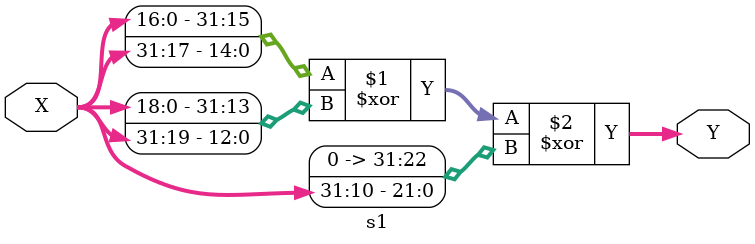
<source format=sv>
module s1(
 input logic [31:0] X,
 output logic [31:0] Y
);

assign Y ={X[16:0],X[31:17]} ^ {X[18:0],X[31:19]} ^ {10'b0000000000, X[31 : 10]};

endmodule

</source>
